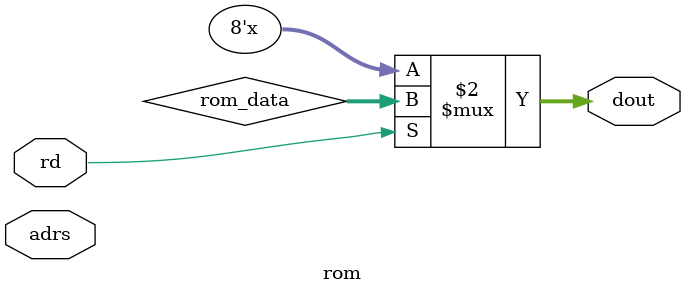
<source format=v>
module rom(
	adrs, dout, rd );
	
	input  [7:0] adrs;
	output [7:0] dout;
	input  rd;
	
	reg    [7:0] rom_data;
	
	
	/*buzzer
	always @(*) begin
    case (adrs)
        8'h00 : rom_data = 8'b00000010; // LD
        8'h01 : rom_data = 8'b00100100; // GR <= #24
        8'h02 : rom_data = 8'b00000100; // ADD
        8'h03 : rom_data = 8'b00100101; // GR <= GR + #25
        8'h04 : rom_data = 8'b00000101; // ST
        8'h05 : rom_data = 8'b00100111; // #27 <= GR
        8'h06 : rom_data = 8'b00000110; // JUMP
        8'h07 : rom_data = 8'b00000000; // 8'h00
        8'h08 : rom_data = 8'h00;       // 0
        8'h09 : rom_data = 8'h00;       // 0
        default : rom_data = 8'bxxxxxxxx; // 未定義の場合
    endcase
end*/

	/*
	//Sn+1 = sn + n
	always @(*) begin
    case (adrs)
        8'h00 : rom_data = 8'b00000001; // LDI
        8'h01 : rom_data = 8'h00;       // 0
        8'h02 : rom_data = 8'b00000101; // ST
        8'h03 : rom_data = 8'b00100001; // Sn#21 = 0
        8'h04 : rom_data = 8'b00000001; // LDI
        8'h05 : rom_data = 8'b00000001; // 1
        8'h06 : rom_data = 8'b00000101; // ST
        8'h07 : rom_data = 8'b00100000; // n#20 <= 1
        8'h08 : rom_data = 8'b00000100; // ADD
        8'h09 : rom_data = 8'b00100001; // GR <= Sn#21 + 1
        8'h0A : rom_data = 8'b00000101; // ST
        8'h0B : rom_data = 8'b00100001; // Sn#21 <= GR
        8'h0C : rom_data = 8'b00000010; // LD
        8'h0D : rom_data = 8'b00100000; // GR <= n#20
        8'h0E : rom_data = 8'b00000011; // ADDI
        8'h0F : rom_data = 8'b00000001; // GR <= GR + 1
        8'h10 : rom_data = 8'b00000101; // ST
        8'h11 : rom_data = 8'b00100000; // n#20 <= GR
        8'h12 : rom_data = 8'b00000110; // JUMP
        8'h13 : rom_data = 8'h08;       // 8'h08 の行へ
        default : rom_data = 8'bxxxxxxxx; // 未定義の場合
    endcase
end*/
/*
	//an = an-2 + an-2  ?
	always @(*) begin
    case (adrs)
        8'h00 : rom_data = 8'b00000001; // LDI
        8'h01 : rom_data = 8'h03;       // 3
        8'h02 : rom_data = 8'b00000101; // ST
        8'h03 : rom_data = 8'b00100000; // n#20 <= 3
        8'h04 : rom_data = 8'b00000001; // LDI
        8'h05 : rom_data = 8'h01;       // 1
        8'h06 : rom_data = 8'b00000101; // ST
        8'h07 : rom_data = 8'b00100010; // a1#22 <= 1
        8'h08 : rom_data = 8'b00000101; // ST
        8'h09 : rom_data = 8'b00100011; // a2#23 <= 1
        8'h0A : rom_data = 8'b00000100; // ADD
        8'h0B : rom_data = 8'b00100011; // GR <= GR + a2#23
        8'h0C : rom_data = 8'b00000101; // ST
        8'h0D : rom_data = 8'b00100001; // an#21 <= GR
        8'h0E : rom_data = 8'b00000010; // LD
        8'h0F : rom_data = 8'b00100010; // GR <= a1#22
        8'h10 : rom_data = 8'b00000101; // ST
        8'h11 : rom_data = 8'b00100011; // a2#23 <= GR
        8'h12 : rom_data = 8'b00000010; // LD
        8'h13 : rom_data = 8'b00100001; // GR <= an#21
        8'h14 : rom_data = 8'b00000101; // ST
        8'h15 : rom_data = 8'b00100010; // a1#22 <= GR
        8'h16 : rom_data = 8'b00000010; // LD
        8'h17 : rom_data = 8'b00100000; // GR <= n#20
        8'h18 : rom_data = 8'b00000011; // ADDI
        8'h19 : rom_data = 8'h01;       // GR <= GR + 1
        8'h1A : rom_data = 8'b00000101; // ST
        8'h1B : rom_data = 8'b00100000; // n#20 <= GR
        8'h1C : rom_data = 8'b00000010; // LD
        8'h1D : rom_data = 8'b00100010; // GR <= a1#22
        8'h1E : rom_data = 8'b00000110; // JUMP
        8'h1F : rom_data = 8'b00001010; // 8'h0A の行へ
        default : rom_data = 8'bxxxxxxxx; // 未定義の場合
    endcase
end
*/
	
	
	
	assign dout = ( rd == 1'b1 ) ? rom_data : 8'bxxxxxxxx;
	
endmodule

</source>
